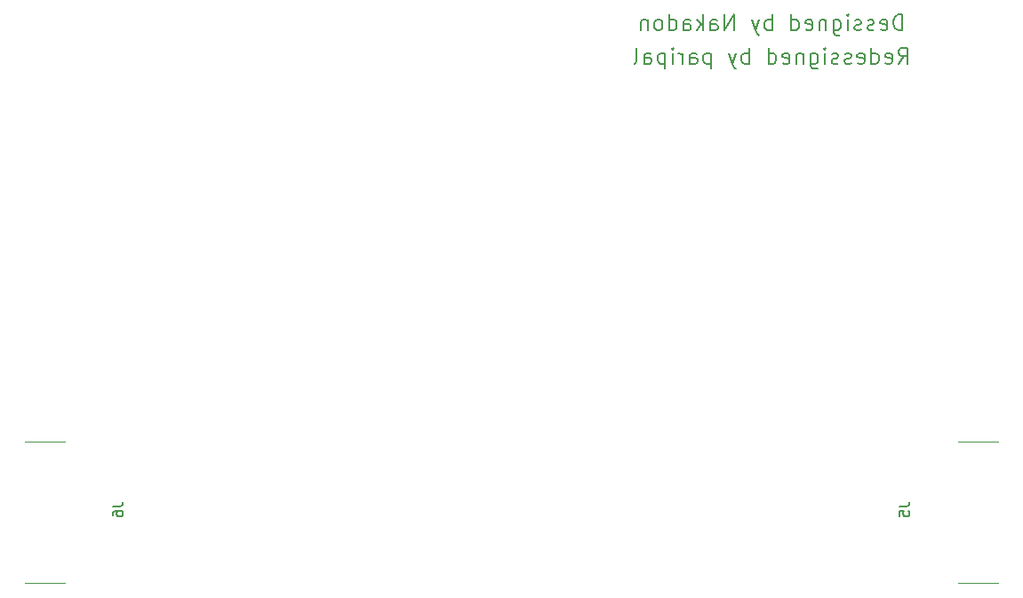
<source format=gbr>
%TF.GenerationSoftware,KiCad,Pcbnew,(6.0.0)*%
%TF.CreationDate,2022-03-21T15:06:36+09:00*%
%TF.ProjectId,MotorDriver base unit,4d6f746f-7244-4726-9976-657220626173,rev?*%
%TF.SameCoordinates,Original*%
%TF.FileFunction,Legend,Bot*%
%TF.FilePolarity,Positive*%
%FSLAX46Y46*%
G04 Gerber Fmt 4.6, Leading zero omitted, Abs format (unit mm)*
G04 Created by KiCad (PCBNEW (6.0.0)) date 2022-03-21 15:06:36*
%MOMM*%
%LPD*%
G01*
G04 APERTURE LIST*
%ADD10C,0.150000*%
%ADD11C,0.120000*%
G04 APERTURE END LIST*
D10*
X116211428Y-41318571D02*
X116711428Y-40604285D01*
X117068571Y-41318571D02*
X117068571Y-39818571D01*
X116497142Y-39818571D01*
X116354285Y-39890000D01*
X116282857Y-39961428D01*
X116211428Y-40104285D01*
X116211428Y-40318571D01*
X116282857Y-40461428D01*
X116354285Y-40532857D01*
X116497142Y-40604285D01*
X117068571Y-40604285D01*
X114997142Y-41247142D02*
X115140000Y-41318571D01*
X115425714Y-41318571D01*
X115568571Y-41247142D01*
X115640000Y-41104285D01*
X115640000Y-40532857D01*
X115568571Y-40390000D01*
X115425714Y-40318571D01*
X115140000Y-40318571D01*
X114997142Y-40390000D01*
X114925714Y-40532857D01*
X114925714Y-40675714D01*
X115640000Y-40818571D01*
X113640000Y-41318571D02*
X113640000Y-39818571D01*
X113640000Y-41247142D02*
X113782857Y-41318571D01*
X114068571Y-41318571D01*
X114211428Y-41247142D01*
X114282857Y-41175714D01*
X114354285Y-41032857D01*
X114354285Y-40604285D01*
X114282857Y-40461428D01*
X114211428Y-40390000D01*
X114068571Y-40318571D01*
X113782857Y-40318571D01*
X113640000Y-40390000D01*
X112354285Y-41247142D02*
X112497142Y-41318571D01*
X112782857Y-41318571D01*
X112925714Y-41247142D01*
X112997142Y-41104285D01*
X112997142Y-40532857D01*
X112925714Y-40390000D01*
X112782857Y-40318571D01*
X112497142Y-40318571D01*
X112354285Y-40390000D01*
X112282857Y-40532857D01*
X112282857Y-40675714D01*
X112997142Y-40818571D01*
X111711428Y-41247142D02*
X111568571Y-41318571D01*
X111282857Y-41318571D01*
X111140000Y-41247142D01*
X111068571Y-41104285D01*
X111068571Y-41032857D01*
X111140000Y-40890000D01*
X111282857Y-40818571D01*
X111497142Y-40818571D01*
X111640000Y-40747142D01*
X111711428Y-40604285D01*
X111711428Y-40532857D01*
X111640000Y-40390000D01*
X111497142Y-40318571D01*
X111282857Y-40318571D01*
X111140000Y-40390000D01*
X110497142Y-41247142D02*
X110354285Y-41318571D01*
X110068571Y-41318571D01*
X109925714Y-41247142D01*
X109854285Y-41104285D01*
X109854285Y-41032857D01*
X109925714Y-40890000D01*
X110068571Y-40818571D01*
X110282857Y-40818571D01*
X110425714Y-40747142D01*
X110497142Y-40604285D01*
X110497142Y-40532857D01*
X110425714Y-40390000D01*
X110282857Y-40318571D01*
X110068571Y-40318571D01*
X109925714Y-40390000D01*
X109211428Y-41318571D02*
X109211428Y-40318571D01*
X109211428Y-39818571D02*
X109282857Y-39890000D01*
X109211428Y-39961428D01*
X109140000Y-39890000D01*
X109211428Y-39818571D01*
X109211428Y-39961428D01*
X107854285Y-40318571D02*
X107854285Y-41532857D01*
X107925714Y-41675714D01*
X107997142Y-41747142D01*
X108140000Y-41818571D01*
X108354285Y-41818571D01*
X108497142Y-41747142D01*
X107854285Y-41247142D02*
X107997142Y-41318571D01*
X108282857Y-41318571D01*
X108425714Y-41247142D01*
X108497142Y-41175714D01*
X108568571Y-41032857D01*
X108568571Y-40604285D01*
X108497142Y-40461428D01*
X108425714Y-40390000D01*
X108282857Y-40318571D01*
X107997142Y-40318571D01*
X107854285Y-40390000D01*
X107140000Y-40318571D02*
X107140000Y-41318571D01*
X107140000Y-40461428D02*
X107068571Y-40390000D01*
X106925714Y-40318571D01*
X106711428Y-40318571D01*
X106568571Y-40390000D01*
X106497142Y-40532857D01*
X106497142Y-41318571D01*
X105211428Y-41247142D02*
X105354285Y-41318571D01*
X105640000Y-41318571D01*
X105782857Y-41247142D01*
X105854285Y-41104285D01*
X105854285Y-40532857D01*
X105782857Y-40390000D01*
X105640000Y-40318571D01*
X105354285Y-40318571D01*
X105211428Y-40390000D01*
X105140000Y-40532857D01*
X105140000Y-40675714D01*
X105854285Y-40818571D01*
X103854285Y-41318571D02*
X103854285Y-39818571D01*
X103854285Y-41247142D02*
X103997142Y-41318571D01*
X104282857Y-41318571D01*
X104425714Y-41247142D01*
X104497142Y-41175714D01*
X104568571Y-41032857D01*
X104568571Y-40604285D01*
X104497142Y-40461428D01*
X104425714Y-40390000D01*
X104282857Y-40318571D01*
X103997142Y-40318571D01*
X103854285Y-40390000D01*
X101997142Y-41318571D02*
X101997142Y-39818571D01*
X101997142Y-40390000D02*
X101854285Y-40318571D01*
X101568571Y-40318571D01*
X101425714Y-40390000D01*
X101354285Y-40461428D01*
X101282857Y-40604285D01*
X101282857Y-41032857D01*
X101354285Y-41175714D01*
X101425714Y-41247142D01*
X101568571Y-41318571D01*
X101854285Y-41318571D01*
X101997142Y-41247142D01*
X100782857Y-40318571D02*
X100425714Y-41318571D01*
X100068571Y-40318571D02*
X100425714Y-41318571D01*
X100568571Y-41675714D01*
X100640000Y-41747142D01*
X100782857Y-41818571D01*
X98354285Y-40318571D02*
X98354285Y-41818571D01*
X98354285Y-40390000D02*
X98211428Y-40318571D01*
X97925714Y-40318571D01*
X97782857Y-40390000D01*
X97711428Y-40461428D01*
X97640000Y-40604285D01*
X97640000Y-41032857D01*
X97711428Y-41175714D01*
X97782857Y-41247142D01*
X97925714Y-41318571D01*
X98211428Y-41318571D01*
X98354285Y-41247142D01*
X96354285Y-41318571D02*
X96354285Y-40532857D01*
X96425714Y-40390000D01*
X96568571Y-40318571D01*
X96854285Y-40318571D01*
X96997142Y-40390000D01*
X96354285Y-41247142D02*
X96497142Y-41318571D01*
X96854285Y-41318571D01*
X96997142Y-41247142D01*
X97068571Y-41104285D01*
X97068571Y-40961428D01*
X96997142Y-40818571D01*
X96854285Y-40747142D01*
X96497142Y-40747142D01*
X96354285Y-40675714D01*
X95640000Y-41318571D02*
X95640000Y-40318571D01*
X95640000Y-40604285D02*
X95568571Y-40461428D01*
X95497142Y-40390000D01*
X95354285Y-40318571D01*
X95211428Y-40318571D01*
X94711428Y-41318571D02*
X94711428Y-40318571D01*
X94711428Y-39818571D02*
X94782857Y-39890000D01*
X94711428Y-39961428D01*
X94640000Y-39890000D01*
X94711428Y-39818571D01*
X94711428Y-39961428D01*
X93997142Y-40318571D02*
X93997142Y-41818571D01*
X93997142Y-40390000D02*
X93854285Y-40318571D01*
X93568571Y-40318571D01*
X93425714Y-40390000D01*
X93354285Y-40461428D01*
X93282857Y-40604285D01*
X93282857Y-41032857D01*
X93354285Y-41175714D01*
X93425714Y-41247142D01*
X93568571Y-41318571D01*
X93854285Y-41318571D01*
X93997142Y-41247142D01*
X91997142Y-41318571D02*
X91997142Y-40532857D01*
X92068571Y-40390000D01*
X92211428Y-40318571D01*
X92497142Y-40318571D01*
X92640000Y-40390000D01*
X91997142Y-41247142D02*
X92140000Y-41318571D01*
X92497142Y-41318571D01*
X92640000Y-41247142D01*
X92711428Y-41104285D01*
X92711428Y-40961428D01*
X92640000Y-40818571D01*
X92497142Y-40747142D01*
X92140000Y-40747142D01*
X91997142Y-40675714D01*
X91068571Y-41318571D02*
X91211428Y-41247142D01*
X91282857Y-41104285D01*
X91282857Y-39818571D01*
X116604285Y-38143571D02*
X116604285Y-36643571D01*
X116247142Y-36643571D01*
X116032857Y-36715000D01*
X115890000Y-36857857D01*
X115818571Y-37000714D01*
X115747142Y-37286428D01*
X115747142Y-37500714D01*
X115818571Y-37786428D01*
X115890000Y-37929285D01*
X116032857Y-38072142D01*
X116247142Y-38143571D01*
X116604285Y-38143571D01*
X114532857Y-38072142D02*
X114675714Y-38143571D01*
X114961428Y-38143571D01*
X115104285Y-38072142D01*
X115175714Y-37929285D01*
X115175714Y-37357857D01*
X115104285Y-37215000D01*
X114961428Y-37143571D01*
X114675714Y-37143571D01*
X114532857Y-37215000D01*
X114461428Y-37357857D01*
X114461428Y-37500714D01*
X115175714Y-37643571D01*
X113890000Y-38072142D02*
X113747142Y-38143571D01*
X113461428Y-38143571D01*
X113318571Y-38072142D01*
X113247142Y-37929285D01*
X113247142Y-37857857D01*
X113318571Y-37715000D01*
X113461428Y-37643571D01*
X113675714Y-37643571D01*
X113818571Y-37572142D01*
X113890000Y-37429285D01*
X113890000Y-37357857D01*
X113818571Y-37215000D01*
X113675714Y-37143571D01*
X113461428Y-37143571D01*
X113318571Y-37215000D01*
X112675714Y-38072142D02*
X112532857Y-38143571D01*
X112247142Y-38143571D01*
X112104285Y-38072142D01*
X112032857Y-37929285D01*
X112032857Y-37857857D01*
X112104285Y-37715000D01*
X112247142Y-37643571D01*
X112461428Y-37643571D01*
X112604285Y-37572142D01*
X112675714Y-37429285D01*
X112675714Y-37357857D01*
X112604285Y-37215000D01*
X112461428Y-37143571D01*
X112247142Y-37143571D01*
X112104285Y-37215000D01*
X111390000Y-38143571D02*
X111390000Y-37143571D01*
X111390000Y-36643571D02*
X111461428Y-36715000D01*
X111390000Y-36786428D01*
X111318571Y-36715000D01*
X111390000Y-36643571D01*
X111390000Y-36786428D01*
X110032857Y-37143571D02*
X110032857Y-38357857D01*
X110104285Y-38500714D01*
X110175714Y-38572142D01*
X110318571Y-38643571D01*
X110532857Y-38643571D01*
X110675714Y-38572142D01*
X110032857Y-38072142D02*
X110175714Y-38143571D01*
X110461428Y-38143571D01*
X110604285Y-38072142D01*
X110675714Y-38000714D01*
X110747142Y-37857857D01*
X110747142Y-37429285D01*
X110675714Y-37286428D01*
X110604285Y-37215000D01*
X110461428Y-37143571D01*
X110175714Y-37143571D01*
X110032857Y-37215000D01*
X109318571Y-37143571D02*
X109318571Y-38143571D01*
X109318571Y-37286428D02*
X109247142Y-37215000D01*
X109104285Y-37143571D01*
X108890000Y-37143571D01*
X108747142Y-37215000D01*
X108675714Y-37357857D01*
X108675714Y-38143571D01*
X107390000Y-38072142D02*
X107532857Y-38143571D01*
X107818571Y-38143571D01*
X107961428Y-38072142D01*
X108032857Y-37929285D01*
X108032857Y-37357857D01*
X107961428Y-37215000D01*
X107818571Y-37143571D01*
X107532857Y-37143571D01*
X107390000Y-37215000D01*
X107318571Y-37357857D01*
X107318571Y-37500714D01*
X108032857Y-37643571D01*
X106032857Y-38143571D02*
X106032857Y-36643571D01*
X106032857Y-38072142D02*
X106175714Y-38143571D01*
X106461428Y-38143571D01*
X106604285Y-38072142D01*
X106675714Y-38000714D01*
X106747142Y-37857857D01*
X106747142Y-37429285D01*
X106675714Y-37286428D01*
X106604285Y-37215000D01*
X106461428Y-37143571D01*
X106175714Y-37143571D01*
X106032857Y-37215000D01*
X104175714Y-38143571D02*
X104175714Y-36643571D01*
X104175714Y-37215000D02*
X104032857Y-37143571D01*
X103747142Y-37143571D01*
X103604285Y-37215000D01*
X103532857Y-37286428D01*
X103461428Y-37429285D01*
X103461428Y-37857857D01*
X103532857Y-38000714D01*
X103604285Y-38072142D01*
X103747142Y-38143571D01*
X104032857Y-38143571D01*
X104175714Y-38072142D01*
X102961428Y-37143571D02*
X102604285Y-38143571D01*
X102247142Y-37143571D02*
X102604285Y-38143571D01*
X102747142Y-38500714D01*
X102818571Y-38572142D01*
X102961428Y-38643571D01*
X100532857Y-38143571D02*
X100532857Y-36643571D01*
X99675714Y-38143571D01*
X99675714Y-36643571D01*
X98318571Y-38143571D02*
X98318571Y-37357857D01*
X98390000Y-37215000D01*
X98532857Y-37143571D01*
X98818571Y-37143571D01*
X98961428Y-37215000D01*
X98318571Y-38072142D02*
X98461428Y-38143571D01*
X98818571Y-38143571D01*
X98961428Y-38072142D01*
X99032857Y-37929285D01*
X99032857Y-37786428D01*
X98961428Y-37643571D01*
X98818571Y-37572142D01*
X98461428Y-37572142D01*
X98318571Y-37500714D01*
X97604285Y-38143571D02*
X97604285Y-36643571D01*
X97461428Y-37572142D02*
X97032857Y-38143571D01*
X97032857Y-37143571D02*
X97604285Y-37715000D01*
X95747142Y-38143571D02*
X95747142Y-37357857D01*
X95818571Y-37215000D01*
X95961428Y-37143571D01*
X96247142Y-37143571D01*
X96390000Y-37215000D01*
X95747142Y-38072142D02*
X95890000Y-38143571D01*
X96247142Y-38143571D01*
X96390000Y-38072142D01*
X96461428Y-37929285D01*
X96461428Y-37786428D01*
X96390000Y-37643571D01*
X96247142Y-37572142D01*
X95890000Y-37572142D01*
X95747142Y-37500714D01*
X94390000Y-38143571D02*
X94390000Y-36643571D01*
X94390000Y-38072142D02*
X94532857Y-38143571D01*
X94818571Y-38143571D01*
X94961428Y-38072142D01*
X95032857Y-38000714D01*
X95104285Y-37857857D01*
X95104285Y-37429285D01*
X95032857Y-37286428D01*
X94961428Y-37215000D01*
X94818571Y-37143571D01*
X94532857Y-37143571D01*
X94390000Y-37215000D01*
X93461428Y-38143571D02*
X93604285Y-38072142D01*
X93675714Y-38000714D01*
X93747142Y-37857857D01*
X93747142Y-37429285D01*
X93675714Y-37286428D01*
X93604285Y-37215000D01*
X93461428Y-37143571D01*
X93247142Y-37143571D01*
X93104285Y-37215000D01*
X93032857Y-37286428D01*
X92961428Y-37429285D01*
X92961428Y-37857857D01*
X93032857Y-38000714D01*
X93104285Y-38072142D01*
X93247142Y-38143571D01*
X93461428Y-38143571D01*
X92318571Y-37143571D02*
X92318571Y-38143571D01*
X92318571Y-37286428D02*
X92247142Y-37215000D01*
X92104285Y-37143571D01*
X91890000Y-37143571D01*
X91747142Y-37215000D01*
X91675714Y-37357857D01*
X91675714Y-38143571D01*
%TO.C,J5*%
X116292380Y-83486666D02*
X117006666Y-83486666D01*
X117149523Y-83439047D01*
X117244761Y-83343809D01*
X117292380Y-83200952D01*
X117292380Y-83105714D01*
X116292380Y-84439047D02*
X116292380Y-83962857D01*
X116768571Y-83915238D01*
X116720952Y-83962857D01*
X116673333Y-84058095D01*
X116673333Y-84296190D01*
X116720952Y-84391428D01*
X116768571Y-84439047D01*
X116863809Y-84486666D01*
X117101904Y-84486666D01*
X117197142Y-84439047D01*
X117244761Y-84391428D01*
X117292380Y-84296190D01*
X117292380Y-84058095D01*
X117244761Y-83962857D01*
X117197142Y-83915238D01*
%TO.C,J6*%
X41362380Y-83486666D02*
X42076666Y-83486666D01*
X42219523Y-83439047D01*
X42314761Y-83343809D01*
X42362380Y-83200952D01*
X42362380Y-83105714D01*
X41362380Y-84391428D02*
X41362380Y-84200952D01*
X41410000Y-84105714D01*
X41457619Y-84058095D01*
X41600476Y-83962857D01*
X41790952Y-83915238D01*
X42171904Y-83915238D01*
X42267142Y-83962857D01*
X42314761Y-84010476D01*
X42362380Y-84105714D01*
X42362380Y-84296190D01*
X42314761Y-84391428D01*
X42267142Y-84439047D01*
X42171904Y-84486666D01*
X41933809Y-84486666D01*
X41838571Y-84439047D01*
X41790952Y-84391428D01*
X41743333Y-84296190D01*
X41743333Y-84105714D01*
X41790952Y-84010476D01*
X41838571Y-83962857D01*
X41933809Y-83915238D01*
D11*
%TO.C,J5*%
X125730000Y-77320000D02*
X121920000Y-77320000D01*
X125730000Y-90820000D02*
X121920000Y-90820000D01*
%TO.C,J6*%
X33020000Y-90820000D02*
X36830000Y-90820000D01*
X33020000Y-77320000D02*
X36830000Y-77320000D01*
%TD*%
M02*

</source>
